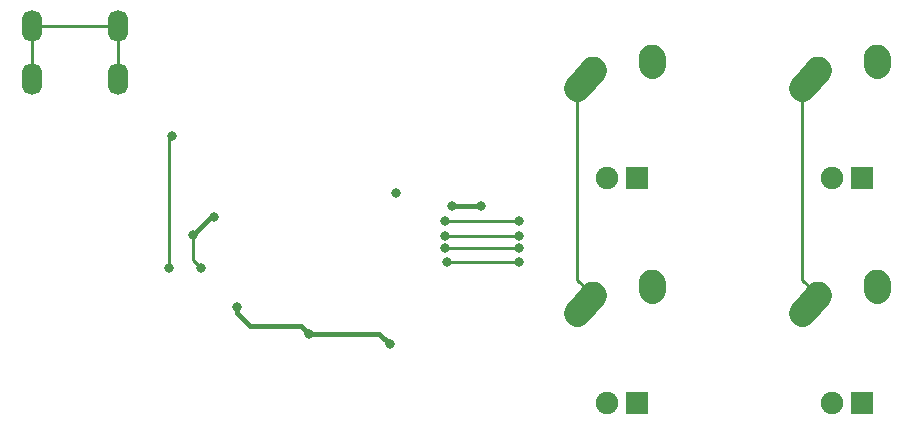
<source format=gbr>
G04 #@! TF.GenerationSoftware,KiCad,Pcbnew,5.1.5*
G04 #@! TF.CreationDate,2020-05-13T22:07:09+08:00*
G04 #@! TF.ProjectId,Balisong,42616c69-736f-46e6-972e-6b696361645f,rev?*
G04 #@! TF.SameCoordinates,Original*
G04 #@! TF.FileFunction,Copper,L1,Top*
G04 #@! TF.FilePolarity,Positive*
%FSLAX46Y46*%
G04 Gerber Fmt 4.6, Leading zero omitted, Abs format (unit mm)*
G04 Created by KiCad (PCBNEW 5.1.5) date 2020-05-13 22:07:09*
%MOMM*%
%LPD*%
G04 APERTURE LIST*
%ADD10O,1.700000X2.700000*%
%ADD11R,1.905000X1.905000*%
%ADD12C,1.905000*%
%ADD13C,2.250000*%
%ADD14C,2.250000*%
%ADD15C,0.800000*%
%ADD16C,0.381000*%
%ADD17C,0.254000*%
G04 APERTURE END LIST*
D10*
X32545000Y-55753000D03*
X39845000Y-55753000D03*
X39845000Y-60253000D03*
X32545000Y-60253000D03*
D11*
X102870000Y-87630000D03*
D12*
X100330000Y-87630000D03*
D13*
X99100000Y-78550000D03*
D14*
X97790000Y-80010000D02*
X99100002Y-78550000D01*
D13*
X104140000Y-77470000D03*
D14*
X104100000Y-78050000D02*
X104140000Y-77470000D01*
D11*
X102870000Y-68580000D03*
D12*
X100330000Y-68580000D03*
D13*
X99100000Y-59500000D03*
D14*
X97790000Y-60960000D02*
X99100002Y-59500000D01*
D13*
X104140000Y-58420000D03*
D14*
X104100000Y-59000000D02*
X104140000Y-58420000D01*
D11*
X83820000Y-87630000D03*
D12*
X81280000Y-87630000D03*
D13*
X80050000Y-78550000D03*
D14*
X78740000Y-80010000D02*
X80050002Y-78550000D01*
D13*
X85090000Y-77470000D03*
D14*
X85050000Y-78050000D02*
X85090000Y-77470000D01*
D11*
X83820000Y-68580000D03*
D12*
X81280000Y-68580000D03*
D13*
X80050000Y-59500000D03*
D14*
X78740000Y-60960000D02*
X80050002Y-59500000D01*
D13*
X85090000Y-58420000D03*
D14*
X85050000Y-59000000D02*
X85090000Y-58420000D01*
D15*
X62865000Y-82677000D03*
X56007000Y-81788000D03*
X63373000Y-69850000D03*
X46888000Y-76225000D03*
X46228000Y-73406000D03*
X47952100Y-71935900D03*
X70612000Y-70993000D03*
X68107000Y-70993000D03*
X49911000Y-79502000D03*
X73787000Y-72263000D03*
X67564000Y-72263000D03*
X73787000Y-75692000D03*
X67691000Y-75692000D03*
X73787000Y-74533003D03*
X67564000Y-74549000D03*
X73787000Y-73533000D03*
X67564000Y-73533000D03*
X44196000Y-76200000D03*
X44399200Y-65074800D03*
D16*
X61976000Y-81788000D02*
X62865000Y-82677000D01*
X56007000Y-81788000D02*
X61976000Y-81788000D01*
D17*
X46228000Y-75565000D02*
X46888000Y-76225000D01*
X46228000Y-73406000D02*
X46228000Y-75565000D01*
D16*
X46228000Y-73406000D02*
X46627999Y-73006001D01*
X46627999Y-73006001D02*
X47752000Y-71882000D01*
X47752000Y-71882000D02*
X47898200Y-71882000D01*
X47898200Y-71882000D02*
X47952100Y-71935900D01*
X70612000Y-70993000D02*
X68453000Y-70993000D01*
X68453000Y-70993000D02*
X68107000Y-70993000D01*
X49911000Y-80067685D02*
X50996315Y-81153000D01*
X49911000Y-79502000D02*
X49911000Y-80067685D01*
X55372000Y-81153000D02*
X56007000Y-81788000D01*
X50996315Y-81153000D02*
X55372000Y-81153000D01*
D17*
X73787000Y-72263000D02*
X73221315Y-72263000D01*
X73221315Y-72263000D02*
X67564000Y-72263000D01*
X73787000Y-75692000D02*
X67691000Y-75692000D01*
X78740000Y-77240000D02*
X80050000Y-78550000D01*
X78740000Y-60960000D02*
X78740000Y-77240000D01*
X73221315Y-74533003D02*
X73205318Y-74549000D01*
X73787000Y-74533003D02*
X73221315Y-74533003D01*
X73205318Y-74549000D02*
X67564000Y-74549000D01*
X97790000Y-77240000D02*
X99100000Y-78550000D01*
X97790000Y-60960000D02*
X97790000Y-77240000D01*
X73787000Y-73533000D02*
X67564000Y-73533000D01*
X44196000Y-65278000D02*
X44399200Y-65074800D01*
X44196000Y-76200000D02*
X44196000Y-65278000D01*
X32545000Y-60253000D02*
X32545000Y-55753000D01*
X39845000Y-60253000D02*
X39845000Y-55753000D01*
X39845000Y-55753000D02*
X32545000Y-55753000D01*
M02*

</source>
